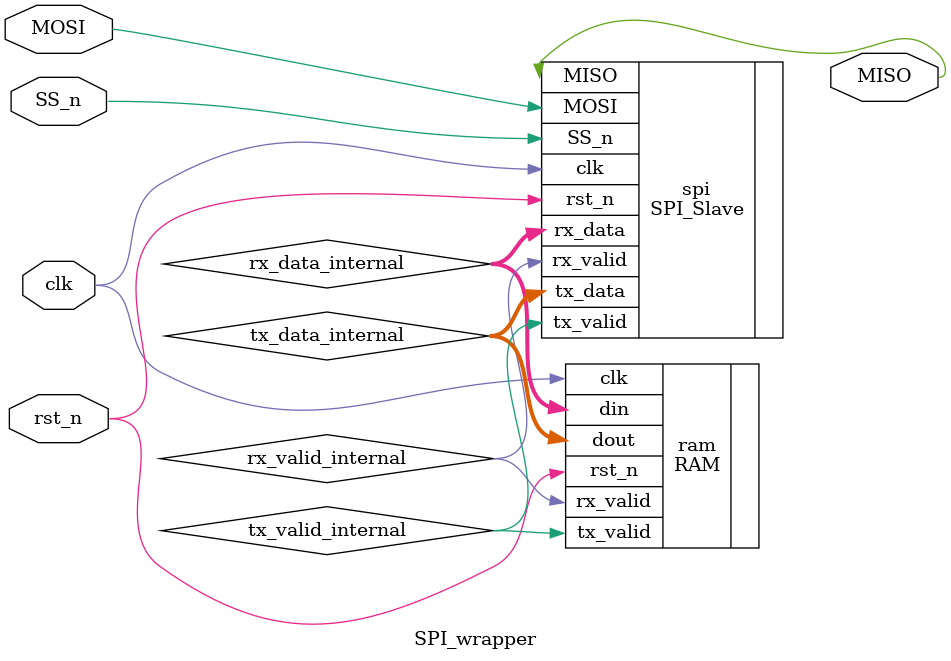
<source format=v>
`timescale 1ns / 1ps
module SPI_wrapper (MOSI,MISO,SS_n,clk,rst_n); 
input MOSI,SS_n,clk,rst_n;
output  MISO;
wire rx_valid_internal ;
wire tx_valid_internal;
wire [7:0] tx_data_internal;
wire[9:0] rx_data_internal;
RAM  ram(.din(rx_data_internal),.rx_valid(rx_valid_internal),.clk(clk),.rst_n(rst_n),.dout(tx_data_internal),.tx_valid(tx_valid_internal));
SPI_Slave spi(.MOSI(MOSI),.MISO(MISO),.SS_n(SS_n),.clk(clk),.rst_n(rst_n),.rx_data(rx_data_internal),.rx_valid(rx_valid_internal)
,.tx_valid(tx_valid_internal),.tx_data(tx_data_internal));
endmodule

</source>
